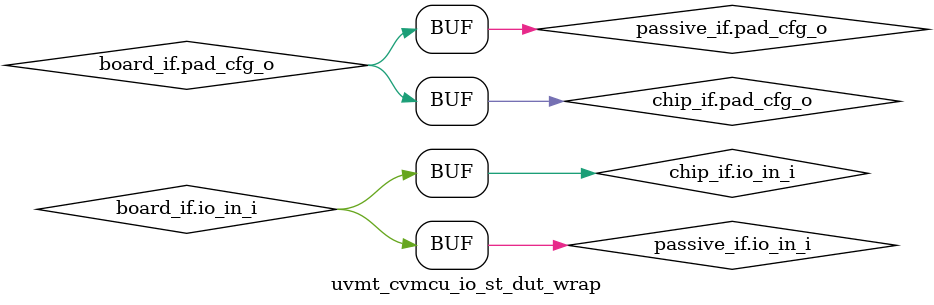
<source format=sv>


`ifndef __UVMT_CVMCU_IO_ST_DUT_WRAP_SV__
`define __UVMT_CVMCU_IO_ST_DUT_WRAP_SV__


/**
 * Module wrapper connecting CORE-V-MCU IO UVM Agent Self-Test Bench interfaces.  All ports are SV interfaces.
 * @ingroup uvmt_cvmcu_io_st_tb
 */
module uvmt_cvmcu_io_st_dut_wrap(
   uvma_cvmcu_io_if  board_if, ///< BOARD Agent interface
   uvma_cvmcu_io_if  chip_if, ///< CHIP Agent interface
   uvma_cvmcu_io_if  passive_if, ///< Passive Agent interface
   uvma_clk_if    ref_clk_i_if  , ///< Reference Clock interface
   uvma_reset_if  reset_if  ///< Active-low asynchronous reset interface
);

   assign chip_if.io_in_i = board_if.io_in_i;
   assign passive_if.io_in_i = board_if.io_in_i;
   assign board_if.io_out_o = chip_if.io_out_o;
   assign passive_if.io_out_o = chip_if.io_out_o;
   assign board_if.pad_cfg_o = chip_if.pad_cfg_o;
   assign passive_if.pad_cfg_o = chip_if.pad_cfg_o;
   assign board_if.io_oe_o = chip_if.io_oe_o;
   assign passive_if.io_oe_o = chip_if.io_oe_o;
   assign board_if.slow_clk_o = chip_if.slow_clk_o;
   assign passive_if.slow_clk_o = chip_if.slow_clk_o;

endmodule


`endif // __UVMT_CVMCU_IO_ST_DUT_WRAP_SV__
</source>
